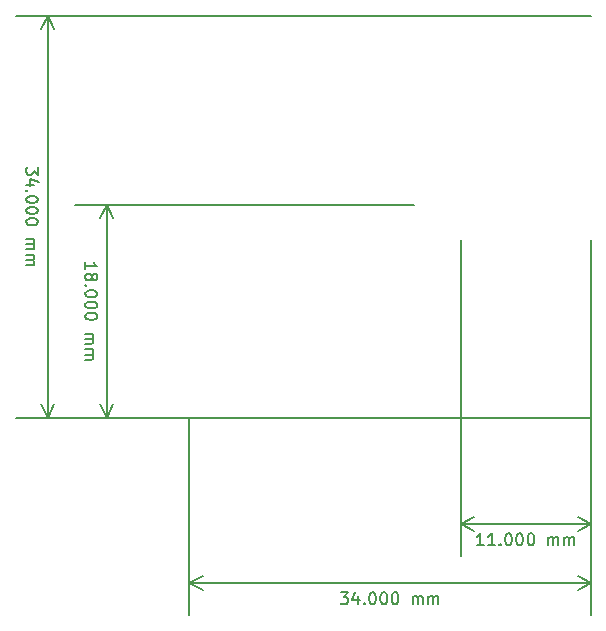
<source format=gbr>
G04 #@! TF.GenerationSoftware,KiCad,Pcbnew,5.0.0-fee4fd1~66~ubuntu16.04.1*
G04 #@! TF.CreationDate,2018-09-22T21:48:07+02:00*
G04 #@! TF.ProjectId,roomthermostat,726F6F6D746865726D6F737461742E6B,A*
G04 #@! TF.SameCoordinates,Original*
G04 #@! TF.FileFunction,Drawing*
%FSLAX46Y46*%
G04 Gerber Fmt 4.6, Leading zero omitted, Abs format (unit mm)*
G04 Created by KiCad (PCBNEW 5.0.0-fee4fd1~66~ubuntu16.04.1) date Sat Sep 22 21:48:07 2018*
%MOMM*%
%LPD*%
G01*
G04 APERTURE LIST*
%ADD10C,0.200000*%
G04 APERTURE END LIST*
D10*
X75724523Y-149172380D02*
X76343571Y-149172380D01*
X76010238Y-149553333D01*
X76153095Y-149553333D01*
X76248333Y-149600952D01*
X76295952Y-149648571D01*
X76343571Y-149743809D01*
X76343571Y-149981904D01*
X76295952Y-150077142D01*
X76248333Y-150124761D01*
X76153095Y-150172380D01*
X75867380Y-150172380D01*
X75772142Y-150124761D01*
X75724523Y-150077142D01*
X77200714Y-149505714D02*
X77200714Y-150172380D01*
X76962619Y-149124761D02*
X76724523Y-149839047D01*
X77343571Y-149839047D01*
X77724523Y-150077142D02*
X77772142Y-150124761D01*
X77724523Y-150172380D01*
X77676904Y-150124761D01*
X77724523Y-150077142D01*
X77724523Y-150172380D01*
X78391190Y-149172380D02*
X78486428Y-149172380D01*
X78581666Y-149220000D01*
X78629285Y-149267619D01*
X78676904Y-149362857D01*
X78724523Y-149553333D01*
X78724523Y-149791428D01*
X78676904Y-149981904D01*
X78629285Y-150077142D01*
X78581666Y-150124761D01*
X78486428Y-150172380D01*
X78391190Y-150172380D01*
X78295952Y-150124761D01*
X78248333Y-150077142D01*
X78200714Y-149981904D01*
X78153095Y-149791428D01*
X78153095Y-149553333D01*
X78200714Y-149362857D01*
X78248333Y-149267619D01*
X78295952Y-149220000D01*
X78391190Y-149172380D01*
X79343571Y-149172380D02*
X79438809Y-149172380D01*
X79534047Y-149220000D01*
X79581666Y-149267619D01*
X79629285Y-149362857D01*
X79676904Y-149553333D01*
X79676904Y-149791428D01*
X79629285Y-149981904D01*
X79581666Y-150077142D01*
X79534047Y-150124761D01*
X79438809Y-150172380D01*
X79343571Y-150172380D01*
X79248333Y-150124761D01*
X79200714Y-150077142D01*
X79153095Y-149981904D01*
X79105476Y-149791428D01*
X79105476Y-149553333D01*
X79153095Y-149362857D01*
X79200714Y-149267619D01*
X79248333Y-149220000D01*
X79343571Y-149172380D01*
X80295952Y-149172380D02*
X80391190Y-149172380D01*
X80486428Y-149220000D01*
X80534047Y-149267619D01*
X80581666Y-149362857D01*
X80629285Y-149553333D01*
X80629285Y-149791428D01*
X80581666Y-149981904D01*
X80534047Y-150077142D01*
X80486428Y-150124761D01*
X80391190Y-150172380D01*
X80295952Y-150172380D01*
X80200714Y-150124761D01*
X80153095Y-150077142D01*
X80105476Y-149981904D01*
X80057857Y-149791428D01*
X80057857Y-149553333D01*
X80105476Y-149362857D01*
X80153095Y-149267619D01*
X80200714Y-149220000D01*
X80295952Y-149172380D01*
X81819761Y-150172380D02*
X81819761Y-149505714D01*
X81819761Y-149600952D02*
X81867380Y-149553333D01*
X81962619Y-149505714D01*
X82105476Y-149505714D01*
X82200714Y-149553333D01*
X82248333Y-149648571D01*
X82248333Y-150172380D01*
X82248333Y-149648571D02*
X82295952Y-149553333D01*
X82391190Y-149505714D01*
X82534047Y-149505714D01*
X82629285Y-149553333D01*
X82676904Y-149648571D01*
X82676904Y-150172380D01*
X83153095Y-150172380D02*
X83153095Y-149505714D01*
X83153095Y-149600952D02*
X83200714Y-149553333D01*
X83295952Y-149505714D01*
X83438809Y-149505714D01*
X83534047Y-149553333D01*
X83581666Y-149648571D01*
X83581666Y-150172380D01*
X83581666Y-149648571D02*
X83629285Y-149553333D01*
X83724523Y-149505714D01*
X83867380Y-149505714D01*
X83962619Y-149553333D01*
X84010238Y-149648571D01*
X84010238Y-150172380D01*
X62915000Y-148370000D02*
X96915000Y-148370000D01*
X62915000Y-134370000D02*
X62915000Y-151070000D01*
X96915000Y-134370000D02*
X96915000Y-151070000D01*
X96915000Y-148370000D02*
X95788496Y-148956421D01*
X96915000Y-148370000D02*
X95788496Y-147783579D01*
X62915000Y-148370000D02*
X64041504Y-148956421D01*
X62915000Y-148370000D02*
X64041504Y-147783579D01*
X50112619Y-113179523D02*
X50112619Y-113798571D01*
X49731666Y-113465238D01*
X49731666Y-113608095D01*
X49684047Y-113703333D01*
X49636428Y-113750952D01*
X49541190Y-113798571D01*
X49303095Y-113798571D01*
X49207857Y-113750952D01*
X49160238Y-113703333D01*
X49112619Y-113608095D01*
X49112619Y-113322380D01*
X49160238Y-113227142D01*
X49207857Y-113179523D01*
X49779285Y-114655714D02*
X49112619Y-114655714D01*
X50160238Y-114417619D02*
X49445952Y-114179523D01*
X49445952Y-114798571D01*
X49207857Y-115179523D02*
X49160238Y-115227142D01*
X49112619Y-115179523D01*
X49160238Y-115131904D01*
X49207857Y-115179523D01*
X49112619Y-115179523D01*
X50112619Y-115846190D02*
X50112619Y-115941428D01*
X50065000Y-116036666D01*
X50017380Y-116084285D01*
X49922142Y-116131904D01*
X49731666Y-116179523D01*
X49493571Y-116179523D01*
X49303095Y-116131904D01*
X49207857Y-116084285D01*
X49160238Y-116036666D01*
X49112619Y-115941428D01*
X49112619Y-115846190D01*
X49160238Y-115750952D01*
X49207857Y-115703333D01*
X49303095Y-115655714D01*
X49493571Y-115608095D01*
X49731666Y-115608095D01*
X49922142Y-115655714D01*
X50017380Y-115703333D01*
X50065000Y-115750952D01*
X50112619Y-115846190D01*
X50112619Y-116798571D02*
X50112619Y-116893809D01*
X50065000Y-116989047D01*
X50017380Y-117036666D01*
X49922142Y-117084285D01*
X49731666Y-117131904D01*
X49493571Y-117131904D01*
X49303095Y-117084285D01*
X49207857Y-117036666D01*
X49160238Y-116989047D01*
X49112619Y-116893809D01*
X49112619Y-116798571D01*
X49160238Y-116703333D01*
X49207857Y-116655714D01*
X49303095Y-116608095D01*
X49493571Y-116560476D01*
X49731666Y-116560476D01*
X49922142Y-116608095D01*
X50017380Y-116655714D01*
X50065000Y-116703333D01*
X50112619Y-116798571D01*
X50112619Y-117750952D02*
X50112619Y-117846190D01*
X50065000Y-117941428D01*
X50017380Y-117989047D01*
X49922142Y-118036666D01*
X49731666Y-118084285D01*
X49493571Y-118084285D01*
X49303095Y-118036666D01*
X49207857Y-117989047D01*
X49160238Y-117941428D01*
X49112619Y-117846190D01*
X49112619Y-117750952D01*
X49160238Y-117655714D01*
X49207857Y-117608095D01*
X49303095Y-117560476D01*
X49493571Y-117512857D01*
X49731666Y-117512857D01*
X49922142Y-117560476D01*
X50017380Y-117608095D01*
X50065000Y-117655714D01*
X50112619Y-117750952D01*
X49112619Y-119274761D02*
X49779285Y-119274761D01*
X49684047Y-119274761D02*
X49731666Y-119322380D01*
X49779285Y-119417619D01*
X49779285Y-119560476D01*
X49731666Y-119655714D01*
X49636428Y-119703333D01*
X49112619Y-119703333D01*
X49636428Y-119703333D02*
X49731666Y-119750952D01*
X49779285Y-119846190D01*
X49779285Y-119989047D01*
X49731666Y-120084285D01*
X49636428Y-120131904D01*
X49112619Y-120131904D01*
X49112619Y-120608095D02*
X49779285Y-120608095D01*
X49684047Y-120608095D02*
X49731666Y-120655714D01*
X49779285Y-120750952D01*
X49779285Y-120893809D01*
X49731666Y-120989047D01*
X49636428Y-121036666D01*
X49112619Y-121036666D01*
X49636428Y-121036666D02*
X49731666Y-121084285D01*
X49779285Y-121179523D01*
X49779285Y-121322380D01*
X49731666Y-121417619D01*
X49636428Y-121465238D01*
X49112619Y-121465238D01*
X50915000Y-100370000D02*
X50915000Y-134370000D01*
X96915000Y-100370000D02*
X48215000Y-100370000D01*
X96915000Y-134370000D02*
X48215000Y-134370000D01*
X50915000Y-134370000D02*
X50328579Y-133243496D01*
X50915000Y-134370000D02*
X51501421Y-133243496D01*
X50915000Y-100370000D02*
X50328579Y-101496504D01*
X50915000Y-100370000D02*
X51501421Y-101496504D01*
X54112619Y-121798571D02*
X54112619Y-121227142D01*
X54112619Y-121512857D02*
X55112619Y-121512857D01*
X54969761Y-121417619D01*
X54874523Y-121322380D01*
X54826904Y-121227142D01*
X54684047Y-122370000D02*
X54731666Y-122274761D01*
X54779285Y-122227142D01*
X54874523Y-122179523D01*
X54922142Y-122179523D01*
X55017380Y-122227142D01*
X55065000Y-122274761D01*
X55112619Y-122370000D01*
X55112619Y-122560476D01*
X55065000Y-122655714D01*
X55017380Y-122703333D01*
X54922142Y-122750952D01*
X54874523Y-122750952D01*
X54779285Y-122703333D01*
X54731666Y-122655714D01*
X54684047Y-122560476D01*
X54684047Y-122370000D01*
X54636428Y-122274761D01*
X54588809Y-122227142D01*
X54493571Y-122179523D01*
X54303095Y-122179523D01*
X54207857Y-122227142D01*
X54160238Y-122274761D01*
X54112619Y-122370000D01*
X54112619Y-122560476D01*
X54160238Y-122655714D01*
X54207857Y-122703333D01*
X54303095Y-122750952D01*
X54493571Y-122750952D01*
X54588809Y-122703333D01*
X54636428Y-122655714D01*
X54684047Y-122560476D01*
X54207857Y-123179523D02*
X54160238Y-123227142D01*
X54112619Y-123179523D01*
X54160238Y-123131904D01*
X54207857Y-123179523D01*
X54112619Y-123179523D01*
X55112619Y-123846190D02*
X55112619Y-123941428D01*
X55065000Y-124036666D01*
X55017380Y-124084285D01*
X54922142Y-124131904D01*
X54731666Y-124179523D01*
X54493571Y-124179523D01*
X54303095Y-124131904D01*
X54207857Y-124084285D01*
X54160238Y-124036666D01*
X54112619Y-123941428D01*
X54112619Y-123846190D01*
X54160238Y-123750952D01*
X54207857Y-123703333D01*
X54303095Y-123655714D01*
X54493571Y-123608095D01*
X54731666Y-123608095D01*
X54922142Y-123655714D01*
X55017380Y-123703333D01*
X55065000Y-123750952D01*
X55112619Y-123846190D01*
X55112619Y-124798571D02*
X55112619Y-124893809D01*
X55065000Y-124989047D01*
X55017380Y-125036666D01*
X54922142Y-125084285D01*
X54731666Y-125131904D01*
X54493571Y-125131904D01*
X54303095Y-125084285D01*
X54207857Y-125036666D01*
X54160238Y-124989047D01*
X54112619Y-124893809D01*
X54112619Y-124798571D01*
X54160238Y-124703333D01*
X54207857Y-124655714D01*
X54303095Y-124608095D01*
X54493571Y-124560476D01*
X54731666Y-124560476D01*
X54922142Y-124608095D01*
X55017380Y-124655714D01*
X55065000Y-124703333D01*
X55112619Y-124798571D01*
X55112619Y-125750952D02*
X55112619Y-125846190D01*
X55065000Y-125941428D01*
X55017380Y-125989047D01*
X54922142Y-126036666D01*
X54731666Y-126084285D01*
X54493571Y-126084285D01*
X54303095Y-126036666D01*
X54207857Y-125989047D01*
X54160238Y-125941428D01*
X54112619Y-125846190D01*
X54112619Y-125750952D01*
X54160238Y-125655714D01*
X54207857Y-125608095D01*
X54303095Y-125560476D01*
X54493571Y-125512857D01*
X54731666Y-125512857D01*
X54922142Y-125560476D01*
X55017380Y-125608095D01*
X55065000Y-125655714D01*
X55112619Y-125750952D01*
X54112619Y-127274761D02*
X54779285Y-127274761D01*
X54684047Y-127274761D02*
X54731666Y-127322380D01*
X54779285Y-127417619D01*
X54779285Y-127560476D01*
X54731666Y-127655714D01*
X54636428Y-127703333D01*
X54112619Y-127703333D01*
X54636428Y-127703333D02*
X54731666Y-127750952D01*
X54779285Y-127846190D01*
X54779285Y-127989047D01*
X54731666Y-128084285D01*
X54636428Y-128131904D01*
X54112619Y-128131904D01*
X54112619Y-128608095D02*
X54779285Y-128608095D01*
X54684047Y-128608095D02*
X54731666Y-128655714D01*
X54779285Y-128750952D01*
X54779285Y-128893809D01*
X54731666Y-128989047D01*
X54636428Y-129036666D01*
X54112619Y-129036666D01*
X54636428Y-129036666D02*
X54731666Y-129084285D01*
X54779285Y-129179523D01*
X54779285Y-129322380D01*
X54731666Y-129417619D01*
X54636428Y-129465238D01*
X54112619Y-129465238D01*
X55915000Y-116370000D02*
X55915000Y-134370000D01*
X81915000Y-116370000D02*
X53215000Y-116370000D01*
X81915000Y-134370000D02*
X53215000Y-134370000D01*
X55915000Y-134370000D02*
X55328579Y-133243496D01*
X55915000Y-134370000D02*
X56501421Y-133243496D01*
X55915000Y-116370000D02*
X55328579Y-117496504D01*
X55915000Y-116370000D02*
X56501421Y-117496504D01*
X87843571Y-145172380D02*
X87272142Y-145172380D01*
X87557857Y-145172380D02*
X87557857Y-144172380D01*
X87462619Y-144315238D01*
X87367380Y-144410476D01*
X87272142Y-144458095D01*
X88795952Y-145172380D02*
X88224523Y-145172380D01*
X88510238Y-145172380D02*
X88510238Y-144172380D01*
X88415000Y-144315238D01*
X88319761Y-144410476D01*
X88224523Y-144458095D01*
X89224523Y-145077142D02*
X89272142Y-145124761D01*
X89224523Y-145172380D01*
X89176904Y-145124761D01*
X89224523Y-145077142D01*
X89224523Y-145172380D01*
X89891190Y-144172380D02*
X89986428Y-144172380D01*
X90081666Y-144220000D01*
X90129285Y-144267619D01*
X90176904Y-144362857D01*
X90224523Y-144553333D01*
X90224523Y-144791428D01*
X90176904Y-144981904D01*
X90129285Y-145077142D01*
X90081666Y-145124761D01*
X89986428Y-145172380D01*
X89891190Y-145172380D01*
X89795952Y-145124761D01*
X89748333Y-145077142D01*
X89700714Y-144981904D01*
X89653095Y-144791428D01*
X89653095Y-144553333D01*
X89700714Y-144362857D01*
X89748333Y-144267619D01*
X89795952Y-144220000D01*
X89891190Y-144172380D01*
X90843571Y-144172380D02*
X90938809Y-144172380D01*
X91034047Y-144220000D01*
X91081666Y-144267619D01*
X91129285Y-144362857D01*
X91176904Y-144553333D01*
X91176904Y-144791428D01*
X91129285Y-144981904D01*
X91081666Y-145077142D01*
X91034047Y-145124761D01*
X90938809Y-145172380D01*
X90843571Y-145172380D01*
X90748333Y-145124761D01*
X90700714Y-145077142D01*
X90653095Y-144981904D01*
X90605476Y-144791428D01*
X90605476Y-144553333D01*
X90653095Y-144362857D01*
X90700714Y-144267619D01*
X90748333Y-144220000D01*
X90843571Y-144172380D01*
X91795952Y-144172380D02*
X91891190Y-144172380D01*
X91986428Y-144220000D01*
X92034047Y-144267619D01*
X92081666Y-144362857D01*
X92129285Y-144553333D01*
X92129285Y-144791428D01*
X92081666Y-144981904D01*
X92034047Y-145077142D01*
X91986428Y-145124761D01*
X91891190Y-145172380D01*
X91795952Y-145172380D01*
X91700714Y-145124761D01*
X91653095Y-145077142D01*
X91605476Y-144981904D01*
X91557857Y-144791428D01*
X91557857Y-144553333D01*
X91605476Y-144362857D01*
X91653095Y-144267619D01*
X91700714Y-144220000D01*
X91795952Y-144172380D01*
X93319761Y-145172380D02*
X93319761Y-144505714D01*
X93319761Y-144600952D02*
X93367380Y-144553333D01*
X93462619Y-144505714D01*
X93605476Y-144505714D01*
X93700714Y-144553333D01*
X93748333Y-144648571D01*
X93748333Y-145172380D01*
X93748333Y-144648571D02*
X93795952Y-144553333D01*
X93891190Y-144505714D01*
X94034047Y-144505714D01*
X94129285Y-144553333D01*
X94176904Y-144648571D01*
X94176904Y-145172380D01*
X94653095Y-145172380D02*
X94653095Y-144505714D01*
X94653095Y-144600952D02*
X94700714Y-144553333D01*
X94795952Y-144505714D01*
X94938809Y-144505714D01*
X95034047Y-144553333D01*
X95081666Y-144648571D01*
X95081666Y-145172380D01*
X95081666Y-144648571D02*
X95129285Y-144553333D01*
X95224523Y-144505714D01*
X95367380Y-144505714D01*
X95462619Y-144553333D01*
X95510238Y-144648571D01*
X95510238Y-145172380D01*
X85915000Y-143370000D02*
X96915000Y-143370000D01*
X85915000Y-119370000D02*
X85915000Y-146070000D01*
X96915000Y-119370000D02*
X96915000Y-146070000D01*
X96915000Y-143370000D02*
X95788496Y-143956421D01*
X96915000Y-143370000D02*
X95788496Y-142783579D01*
X85915000Y-143370000D02*
X87041504Y-143956421D01*
X85915000Y-143370000D02*
X87041504Y-142783579D01*
M02*

</source>
